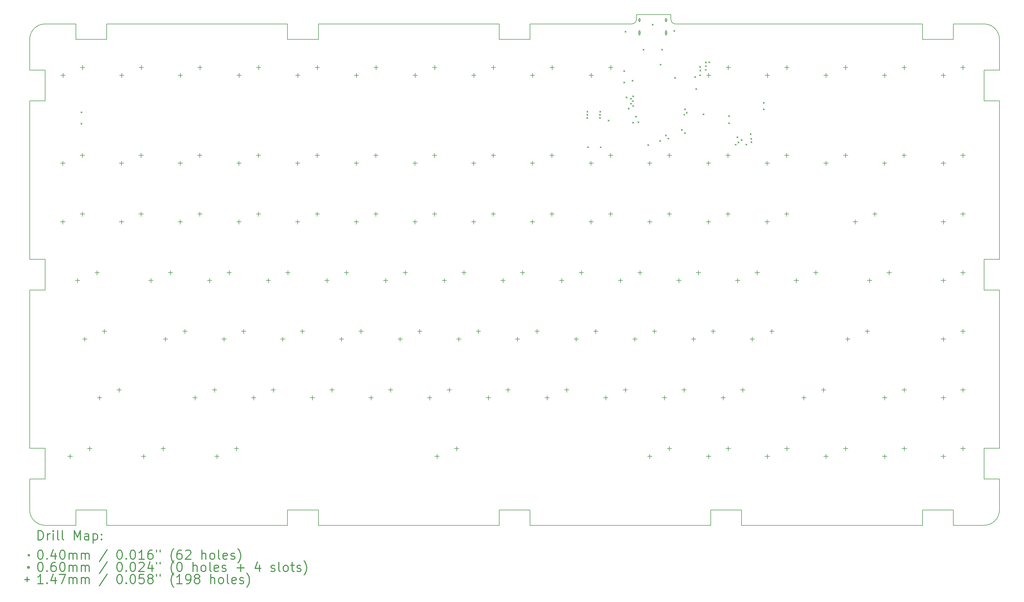
<source format=gbr>
%FSLAX45Y45*%
G04 Gerber Fmt 4.5, Leading zero omitted, Abs format (unit mm)*
G04 Created by KiCad (PCBNEW (5.1.9-0-10_14)) date 2021-05-12 14:41:35*
%MOMM*%
%LPD*%
G01*
G04 APERTURE LIST*
%TA.AperFunction,Profile*%
%ADD10C,0.200000*%
%TD*%
%ADD11C,0.200000*%
%ADD12C,0.300000*%
G04 APERTURE END LIST*
D10*
X37522500Y-8655500D02*
X37522500Y-9655500D01*
X37022500Y-8155500D02*
G75*
G02*
X37522500Y-8655500I0J-500000D01*
G01*
X35022500Y-8655500D02*
X36022500Y-8655500D01*
X35022500Y-8155500D02*
X35022500Y-8655500D01*
X37022500Y-8155500D02*
G75*
G02*
X37522500Y-8655500I0J-500000D01*
G01*
X6542500Y-24443000D02*
G75*
G02*
X6042500Y-23943000I0J500000D01*
G01*
X6042500Y-8655500D02*
G75*
G02*
X6542500Y-8155500I500000J0D01*
G01*
X37522500Y-23943000D02*
G75*
G02*
X37022500Y-24443000I-500000J0D01*
G01*
X25737500Y-7855500D02*
X26857500Y-7855500D01*
X25737500Y-8005500D02*
X25737500Y-7855500D01*
X25737500Y-8005500D02*
G75*
G02*
X25587500Y-8155500I-150000J0D01*
G01*
X22282500Y-8155500D02*
X25587500Y-8155500D01*
X22282500Y-8655500D02*
X22282500Y-8155500D01*
X21282500Y-8655500D02*
X22282500Y-8655500D01*
X21282500Y-8155500D02*
X21282500Y-8655500D01*
X15412500Y-8155500D02*
X21282500Y-8155500D01*
X15412500Y-8655500D02*
X15412500Y-8155500D01*
X14412500Y-8655500D02*
X15412500Y-8655500D01*
X14412500Y-8155500D02*
X14412500Y-8655500D01*
X8542500Y-8155500D02*
X14412500Y-8155500D01*
X8542500Y-8655500D02*
X8542500Y-8155500D01*
X7542500Y-8655500D02*
X8542500Y-8655500D01*
X7542500Y-8155500D02*
X7542500Y-8655500D01*
X37022500Y-10655500D02*
X37522500Y-10655500D01*
X37022500Y-9655500D02*
X37022500Y-10655500D01*
X37522500Y-9655500D02*
X37022500Y-9655500D01*
X7542500Y-24443000D02*
X6542500Y-24443000D01*
X7542500Y-23943000D02*
X7542500Y-24443000D01*
X8542500Y-23943000D02*
X7542500Y-23943000D01*
X8542500Y-24443000D02*
X8542500Y-23943000D01*
X37022500Y-24443000D02*
X36022500Y-24443000D01*
X37522500Y-23943000D02*
G75*
G02*
X37022500Y-24443000I-500000J0D01*
G01*
X37522500Y-22943000D02*
X37522500Y-23943000D01*
X37022500Y-22943000D02*
X37522500Y-22943000D01*
X37022500Y-21943000D02*
X37022500Y-22943000D01*
X37522500Y-21943000D02*
X37022500Y-21943000D01*
X37522500Y-16799250D02*
X37522500Y-21943000D01*
X37022500Y-16799250D02*
X37522500Y-16799250D01*
X37022500Y-15799250D02*
X37022500Y-16799250D01*
X37522500Y-15799250D02*
X37022500Y-15799250D01*
X37522500Y-10655500D02*
X37522500Y-15799250D01*
X14412500Y-24443000D02*
X8542500Y-24443000D01*
X14412500Y-23943000D02*
X14412500Y-24443000D01*
X15412500Y-23943000D02*
X14412500Y-23943000D01*
X15412500Y-24443000D02*
X15412500Y-23943000D01*
X21282500Y-24443000D02*
X15412500Y-24443000D01*
X21282500Y-23943000D02*
X21282500Y-24443000D01*
X22282500Y-23943000D02*
X21282500Y-23943000D01*
X22282500Y-24443000D02*
X22282500Y-23943000D01*
X28152500Y-24443000D02*
X22282500Y-24443000D01*
X28152500Y-23943000D02*
X28152500Y-24443000D01*
X29152500Y-23943000D02*
X28152500Y-23943000D01*
X29152500Y-24443000D02*
X29152500Y-23943000D01*
X35022500Y-24443000D02*
X29152500Y-24443000D01*
X35022500Y-23943000D02*
X35022500Y-24443000D01*
X36022500Y-23943000D02*
X35022500Y-23943000D01*
X36022500Y-24443000D02*
X36022500Y-23943000D01*
X27007500Y-8155500D02*
X35022500Y-8155500D01*
X27007500Y-8155500D02*
G75*
G02*
X26857500Y-8005500I0J150000D01*
G01*
X36022500Y-8155500D02*
X37022500Y-8155500D01*
X36022500Y-8655500D02*
X36022500Y-8155500D01*
X6542500Y-8155500D02*
X7542500Y-8155500D01*
X6042500Y-8655500D02*
G75*
G02*
X6542500Y-8155500I500000J0D01*
G01*
X6042500Y-9655500D02*
X6042500Y-8655500D01*
X6542500Y-9655500D02*
X6042500Y-9655500D01*
X6542500Y-10655500D02*
X6542500Y-9655500D01*
X6042500Y-10655500D02*
X6542500Y-10655500D01*
X6042500Y-15799250D02*
X6042500Y-10655500D01*
X6542500Y-15799250D02*
X6042500Y-15799250D01*
X6542500Y-16799250D02*
X6542500Y-15799250D01*
X6042500Y-16799250D02*
X6542500Y-16799250D01*
X6042500Y-21943000D02*
X6042500Y-16799250D01*
X6542500Y-21943000D02*
X6042500Y-21943000D01*
X6542500Y-22943000D02*
X6542500Y-21943000D01*
X6042500Y-22943000D02*
X6542500Y-22943000D01*
X6042500Y-23943000D02*
X6042500Y-22943000D01*
X6542500Y-24443000D02*
G75*
G02*
X6042500Y-23943000I0J500000D01*
G01*
X26857500Y-7855500D02*
X26857500Y-8005500D01*
D11*
X7702500Y-11007500D02*
X7742500Y-11047500D01*
X7742500Y-11007500D02*
X7702500Y-11047500D01*
X7702500Y-11377500D02*
X7742500Y-11417500D01*
X7742500Y-11377500D02*
X7702500Y-11417500D01*
X24123447Y-11187820D02*
X24163447Y-11227820D01*
X24163447Y-11187820D02*
X24123447Y-11227820D01*
X24126002Y-10987852D02*
X24166002Y-11027852D01*
X24166002Y-10987852D02*
X24126002Y-11027852D01*
X24126002Y-11087852D02*
X24166002Y-11127852D01*
X24166002Y-11087852D02*
X24126002Y-11127852D01*
X24146322Y-12141012D02*
X24186322Y-12181012D01*
X24186322Y-12141012D02*
X24146322Y-12181012D01*
X24537625Y-11086428D02*
X24577625Y-11126428D01*
X24577625Y-11086428D02*
X24537625Y-11126428D01*
X24539392Y-11186413D02*
X24579392Y-11226413D01*
X24579392Y-11186413D02*
X24539392Y-11226413D01*
X24543172Y-10986582D02*
X24583172Y-11026582D01*
X24583172Y-10986582D02*
X24543172Y-11026582D01*
X24558412Y-12141012D02*
X24598412Y-12181012D01*
X24598412Y-12141012D02*
X24558412Y-12181012D01*
X24815612Y-11273602D02*
X24855612Y-11313602D01*
X24855612Y-11273602D02*
X24815612Y-11313602D01*
X25326152Y-9663848D02*
X25366152Y-9703848D01*
X25366152Y-9663848D02*
X25326152Y-9703848D01*
X25326152Y-10037892D02*
X25366152Y-10077892D01*
X25366152Y-10037892D02*
X25326152Y-10077892D01*
X25367500Y-8384500D02*
X25407500Y-8424500D01*
X25407500Y-8384500D02*
X25367500Y-8424500D01*
X25402500Y-10517500D02*
X25442500Y-10557500D01*
X25442500Y-10517500D02*
X25402500Y-10557500D01*
X25467342Y-10883182D02*
X25507342Y-10923182D01*
X25507342Y-10883182D02*
X25467342Y-10923182D01*
X25541542Y-10723182D02*
X25581542Y-10763182D01*
X25581542Y-10723182D02*
X25541542Y-10763182D01*
X25545082Y-10563182D02*
X25585082Y-10603182D01*
X25585082Y-10563182D02*
X25545082Y-10603182D01*
X25596662Y-9975662D02*
X25636662Y-10015662D01*
X25636662Y-9975662D02*
X25596662Y-10015662D01*
X25606052Y-10643182D02*
X25646052Y-10683182D01*
X25646052Y-10643182D02*
X25606052Y-10683182D01*
X25608842Y-10803182D02*
X25648842Y-10843182D01*
X25648842Y-10803182D02*
X25608842Y-10843182D01*
X25611112Y-10483182D02*
X25651112Y-10523182D01*
X25651112Y-10483182D02*
X25611112Y-10523182D01*
X25612500Y-11339500D02*
X25652500Y-11379500D01*
X25652500Y-11339500D02*
X25612500Y-11379500D01*
X25702500Y-11147500D02*
X25742500Y-11187500D01*
X25742500Y-11147500D02*
X25702500Y-11187500D01*
X25782500Y-11327500D02*
X25822500Y-11367500D01*
X25822500Y-11327500D02*
X25782500Y-11367500D01*
X25952946Y-8971776D02*
X25992946Y-9011776D01*
X25992946Y-8971776D02*
X25952946Y-9011776D01*
X26104662Y-12067500D02*
X26144662Y-12107500D01*
X26144662Y-12067500D02*
X26104662Y-12107500D01*
X26248500Y-8160500D02*
X26288500Y-8200500D01*
X26288500Y-8160500D02*
X26248500Y-8200500D01*
X26488500Y-11935500D02*
X26528500Y-11975500D01*
X26528500Y-11935500D02*
X26488500Y-11975500D01*
X26502500Y-9457500D02*
X26542500Y-9497500D01*
X26542500Y-9457500D02*
X26502500Y-9497500D01*
X26551702Y-8971092D02*
X26591702Y-9011092D01*
X26591702Y-8971092D02*
X26551702Y-9011092D01*
X26674532Y-11755842D02*
X26714532Y-11795842D01*
X26714532Y-11755842D02*
X26674532Y-11795842D01*
X26754532Y-11861712D02*
X26794532Y-11901712D01*
X26794532Y-11861712D02*
X26754532Y-11901712D01*
X26947500Y-8363500D02*
X26987500Y-8403500D01*
X26987500Y-8363500D02*
X26947500Y-8403500D01*
X26977152Y-9882952D02*
X27017152Y-9922952D01*
X27017152Y-9882952D02*
X26977152Y-9922952D01*
X27192500Y-11577500D02*
X27232500Y-11617500D01*
X27232500Y-11577500D02*
X27192500Y-11617500D01*
X27274270Y-11082928D02*
X27314270Y-11122928D01*
X27314270Y-11082928D02*
X27274270Y-11122928D01*
X27292500Y-10907500D02*
X27332500Y-10947500D01*
X27332500Y-10907500D02*
X27292500Y-10947500D01*
X27292500Y-11677500D02*
X27332500Y-11717500D01*
X27332500Y-11677500D02*
X27292500Y-11717500D01*
X27351093Y-11018907D02*
X27391093Y-11058907D01*
X27391093Y-11018907D02*
X27351093Y-11058907D01*
X27623907Y-9858907D02*
X27663907Y-9898907D01*
X27663907Y-9858907D02*
X27623907Y-9898907D01*
X27662952Y-10246172D02*
X27702952Y-10286172D01*
X27702952Y-10246172D02*
X27662952Y-10286172D01*
X27782500Y-9527500D02*
X27822500Y-9567500D01*
X27822500Y-9527500D02*
X27782500Y-9567500D01*
X27789952Y-9805482D02*
X27829952Y-9845482D01*
X27829952Y-9805482D02*
X27789952Y-9845482D01*
X27792500Y-9647500D02*
X27832500Y-9687500D01*
X27832500Y-9647500D02*
X27792500Y-9687500D01*
X27897500Y-11072500D02*
X27937500Y-11112500D01*
X27937500Y-11072500D02*
X27897500Y-11112500D01*
X27962500Y-9627500D02*
X28002500Y-9667500D01*
X28002500Y-9627500D02*
X27962500Y-9667500D01*
X27972500Y-9387500D02*
X28012500Y-9427500D01*
X28012500Y-9387500D02*
X27972500Y-9427500D01*
X27972500Y-9507500D02*
X28012500Y-9547500D01*
X28012500Y-9507500D02*
X27972500Y-9547500D01*
X28081446Y-9381367D02*
X28121446Y-9421367D01*
X28121446Y-9381367D02*
X28081446Y-9421367D01*
X28724672Y-11131362D02*
X28764672Y-11171362D01*
X28764672Y-11131362D02*
X28724672Y-11171362D01*
X28725942Y-11358692D02*
X28765942Y-11398692D01*
X28765942Y-11358692D02*
X28725942Y-11398692D01*
X28938032Y-12055922D02*
X28978032Y-12095922D01*
X28978032Y-12055922D02*
X28938032Y-12095922D01*
X29000262Y-11813352D02*
X29040262Y-11853352D01*
X29040262Y-11813352D02*
X29000262Y-11853352D01*
X29032012Y-11983222D02*
X29072012Y-12023222D01*
X29072012Y-11983222D02*
X29032012Y-12023222D01*
X29136152Y-11909872D02*
X29176152Y-11949872D01*
X29176152Y-11909872D02*
X29136152Y-11949872D01*
X29287282Y-12055922D02*
X29327282Y-12095922D01*
X29327282Y-12055922D02*
X29287282Y-12095922D01*
X29426982Y-11711752D02*
X29466982Y-11751752D01*
X29466982Y-11711752D02*
X29426982Y-11751752D01*
X29444762Y-11864152D02*
X29484762Y-11904152D01*
X29484762Y-11864152D02*
X29444762Y-11904152D01*
X29451112Y-11974642D02*
X29491112Y-12014642D01*
X29491112Y-11974642D02*
X29451112Y-12014642D01*
X29852500Y-10697500D02*
X29892500Y-10737500D01*
X29892500Y-10697500D02*
X29852500Y-10737500D01*
X29852500Y-10907500D02*
X29892500Y-10947500D01*
X29892500Y-10907500D02*
X29852500Y-10947500D01*
X25866500Y-8027500D02*
G75*
G03*
X25866500Y-8027500I-30000J0D01*
G01*
X25816500Y-7997500D02*
X25816500Y-8057500D01*
X25856500Y-7997500D02*
X25856500Y-8057500D01*
X25816500Y-8057500D02*
G75*
G03*
X25856500Y-8057500I20000J0D01*
G01*
X25856500Y-7997500D02*
G75*
G03*
X25816500Y-7997500I-20000J0D01*
G01*
X25866500Y-8445500D02*
G75*
G03*
X25866500Y-8445500I-30000J0D01*
G01*
X25816500Y-8390500D02*
X25816500Y-8500500D01*
X25856500Y-8390500D02*
X25856500Y-8500500D01*
X25816500Y-8500500D02*
G75*
G03*
X25856500Y-8500500I20000J0D01*
G01*
X25856500Y-8390500D02*
G75*
G03*
X25816500Y-8390500I-20000J0D01*
G01*
X26730500Y-8027500D02*
G75*
G03*
X26730500Y-8027500I-30000J0D01*
G01*
X26680500Y-7997500D02*
X26680500Y-8057500D01*
X26720500Y-7997500D02*
X26720500Y-8057500D01*
X26680500Y-8057500D02*
G75*
G03*
X26720500Y-8057500I20000J0D01*
G01*
X26720500Y-7997500D02*
G75*
G03*
X26680500Y-7997500I-20000J0D01*
G01*
X26730500Y-8445500D02*
G75*
G03*
X26730500Y-8445500I-30000J0D01*
G01*
X26680500Y-8390500D02*
X26680500Y-8500500D01*
X26720500Y-8390500D02*
X26720500Y-8500500D01*
X26680500Y-8500500D02*
G75*
G03*
X26720500Y-8500500I20000J0D01*
G01*
X26720500Y-8390500D02*
G75*
G03*
X26680500Y-8390500I-20000J0D01*
G01*
X7117992Y-12607462D02*
X7117992Y-12754462D01*
X7044492Y-12680962D02*
X7191492Y-12680962D01*
X7119262Y-14511192D02*
X7119262Y-14658192D01*
X7045762Y-14584692D02*
X7192762Y-14584692D01*
X7125612Y-9752382D02*
X7125612Y-9899382D01*
X7052112Y-9825882D02*
X7199112Y-9825882D01*
X7356752Y-22132462D02*
X7356752Y-22279462D01*
X7283252Y-22205962D02*
X7430252Y-22205962D01*
X7595512Y-16417462D02*
X7595512Y-16564462D01*
X7522012Y-16490962D02*
X7669012Y-16490962D01*
X7752992Y-12353462D02*
X7752992Y-12500462D01*
X7679492Y-12426962D02*
X7826492Y-12426962D01*
X7754262Y-14257192D02*
X7754262Y-14404192D01*
X7680762Y-14330692D02*
X7827762Y-14330692D01*
X7760612Y-9498382D02*
X7760612Y-9645382D01*
X7687112Y-9571882D02*
X7834112Y-9571882D01*
X7833002Y-18322462D02*
X7833002Y-18469462D01*
X7759502Y-18395962D02*
X7906502Y-18395962D01*
X7991752Y-21878462D02*
X7991752Y-22025462D01*
X7918252Y-21951962D02*
X8065252Y-21951962D01*
X8230512Y-16163462D02*
X8230512Y-16310462D01*
X8157012Y-16236962D02*
X8304012Y-16236962D01*
X8309252Y-20227462D02*
X8309252Y-20374462D01*
X8235752Y-20300962D02*
X8382752Y-20300962D01*
X8468002Y-18068462D02*
X8468002Y-18215462D01*
X8394502Y-18141962D02*
X8541502Y-18141962D01*
X8944252Y-19973462D02*
X8944252Y-20120462D01*
X8870752Y-20046962D02*
X9017752Y-20046962D01*
X9022992Y-12607462D02*
X9022992Y-12754462D01*
X8949492Y-12680962D02*
X9096492Y-12680962D01*
X9022992Y-14512462D02*
X9022992Y-14659462D01*
X8949492Y-14585962D02*
X9096492Y-14585962D01*
X9030612Y-9752382D02*
X9030612Y-9899382D01*
X8957112Y-9825882D02*
X9104112Y-9825882D01*
X9657992Y-12353462D02*
X9657992Y-12500462D01*
X9584492Y-12426962D02*
X9731492Y-12426962D01*
X9657992Y-14258462D02*
X9657992Y-14405462D01*
X9584492Y-14331962D02*
X9731492Y-14331962D01*
X9665612Y-9498382D02*
X9665612Y-9645382D01*
X9592112Y-9571882D02*
X9739112Y-9571882D01*
X9739952Y-22132462D02*
X9739952Y-22279462D01*
X9666452Y-22205962D02*
X9813452Y-22205962D01*
X9978032Y-16417462D02*
X9978032Y-16564462D01*
X9904532Y-16490962D02*
X10051532Y-16490962D01*
X10374952Y-21878462D02*
X10374952Y-22025462D01*
X10301452Y-21951962D02*
X10448452Y-21951962D01*
X10450472Y-18322462D02*
X10450472Y-18469462D01*
X10376972Y-18395962D02*
X10523972Y-18395962D01*
X10613032Y-16163462D02*
X10613032Y-16310462D01*
X10539532Y-16236962D02*
X10686532Y-16236962D01*
X10927992Y-12607462D02*
X10927992Y-12754462D01*
X10854492Y-12680962D02*
X11001492Y-12680962D01*
X10933072Y-14512462D02*
X10933072Y-14659462D01*
X10859572Y-14585962D02*
X11006572Y-14585962D01*
X10935612Y-9752382D02*
X10935612Y-9899382D01*
X10862112Y-9825882D02*
X11009112Y-9825882D01*
X11085472Y-18068462D02*
X11085472Y-18215462D01*
X11011972Y-18141962D02*
X11158972Y-18141962D01*
X11408052Y-20227462D02*
X11408052Y-20374462D01*
X11334552Y-20300962D02*
X11481552Y-20300962D01*
X11562992Y-12353462D02*
X11562992Y-12500462D01*
X11489492Y-12426962D02*
X11636492Y-12426962D01*
X11568072Y-14258462D02*
X11568072Y-14405462D01*
X11494572Y-14331962D02*
X11641572Y-14331962D01*
X11570612Y-9498382D02*
X11570612Y-9645382D01*
X11497112Y-9571882D02*
X11644112Y-9571882D01*
X11883032Y-16417462D02*
X11883032Y-16564462D01*
X11809532Y-16490962D02*
X11956532Y-16490962D01*
X12043052Y-19973462D02*
X12043052Y-20120462D01*
X11969552Y-20046962D02*
X12116552Y-20046962D01*
X12120713Y-22133423D02*
X12120713Y-22280423D01*
X12047213Y-22206923D02*
X12194213Y-22206923D01*
X12350392Y-18322462D02*
X12350392Y-18469462D01*
X12276892Y-18395962D02*
X12423892Y-18395962D01*
X12518032Y-16163462D02*
X12518032Y-16310462D01*
X12444532Y-16236962D02*
X12591532Y-16236962D01*
X12755713Y-21879423D02*
X12755713Y-22026423D01*
X12682213Y-21952923D02*
X12829213Y-21952923D01*
X12838072Y-12607462D02*
X12838072Y-12754462D01*
X12764572Y-12680962D02*
X12911572Y-12680962D01*
X12838072Y-14512462D02*
X12838072Y-14659462D01*
X12764572Y-14585962D02*
X12911572Y-14585962D01*
X12840612Y-9752382D02*
X12840612Y-9899382D01*
X12767112Y-9825882D02*
X12914112Y-9825882D01*
X12985392Y-18068462D02*
X12985392Y-18215462D01*
X12911892Y-18141962D02*
X13058892Y-18141962D01*
X13313052Y-20227462D02*
X13313052Y-20374462D01*
X13239552Y-20300962D02*
X13386552Y-20300962D01*
X13473072Y-12353462D02*
X13473072Y-12500462D01*
X13399572Y-12426962D02*
X13546572Y-12426962D01*
X13473072Y-14258462D02*
X13473072Y-14405462D01*
X13399572Y-14331962D02*
X13546572Y-14331962D01*
X13475612Y-9498382D02*
X13475612Y-9645382D01*
X13402112Y-9571882D02*
X13549112Y-9571882D01*
X13788032Y-16417462D02*
X13788032Y-16564462D01*
X13714532Y-16490962D02*
X13861532Y-16490962D01*
X13948052Y-19973462D02*
X13948052Y-20120462D01*
X13874552Y-20046962D02*
X14021552Y-20046962D01*
X14260472Y-18322462D02*
X14260472Y-18469462D01*
X14186972Y-18395962D02*
X14333972Y-18395962D01*
X14423032Y-16163462D02*
X14423032Y-16310462D01*
X14349532Y-16236962D02*
X14496532Y-16236962D01*
X14743072Y-12607462D02*
X14743072Y-12754462D01*
X14669572Y-12680962D02*
X14816572Y-12680962D01*
X14743072Y-14512462D02*
X14743072Y-14659462D01*
X14669572Y-14585962D02*
X14816572Y-14585962D01*
X14745612Y-9752382D02*
X14745612Y-9899382D01*
X14672112Y-9825882D02*
X14819112Y-9825882D01*
X14895472Y-18068462D02*
X14895472Y-18215462D01*
X14821972Y-18141962D02*
X14968972Y-18141962D01*
X15218052Y-20227462D02*
X15218052Y-20374462D01*
X15144552Y-20300962D02*
X15291552Y-20300962D01*
X15378072Y-12353462D02*
X15378072Y-12500462D01*
X15304572Y-12426962D02*
X15451572Y-12426962D01*
X15378072Y-14258462D02*
X15378072Y-14405462D01*
X15304572Y-14331962D02*
X15451572Y-14331962D01*
X15380612Y-9498382D02*
X15380612Y-9645382D01*
X15307112Y-9571882D02*
X15454112Y-9571882D01*
X15693032Y-16417462D02*
X15693032Y-16564462D01*
X15619532Y-16490962D02*
X15766532Y-16490962D01*
X15853052Y-19973462D02*
X15853052Y-20120462D01*
X15779552Y-20046962D02*
X15926552Y-20046962D01*
X16165472Y-18322462D02*
X16165472Y-18469462D01*
X16091972Y-18395962D02*
X16238972Y-18395962D01*
X16328032Y-16163462D02*
X16328032Y-16310462D01*
X16254532Y-16236962D02*
X16401532Y-16236962D01*
X16648072Y-12607462D02*
X16648072Y-12754462D01*
X16574572Y-12680962D02*
X16721572Y-12680962D01*
X16648072Y-14512462D02*
X16648072Y-14659462D01*
X16574572Y-14585962D02*
X16721572Y-14585962D01*
X16650612Y-9752382D02*
X16650612Y-9899382D01*
X16577112Y-9825882D02*
X16724112Y-9825882D01*
X16800472Y-18068462D02*
X16800472Y-18215462D01*
X16726972Y-18141962D02*
X16873972Y-18141962D01*
X17123052Y-20227462D02*
X17123052Y-20374462D01*
X17049552Y-20300962D02*
X17196552Y-20300962D01*
X17283072Y-12353462D02*
X17283072Y-12500462D01*
X17209572Y-12426962D02*
X17356572Y-12426962D01*
X17283072Y-14258462D02*
X17283072Y-14405462D01*
X17209572Y-14331962D02*
X17356572Y-14331962D01*
X17285612Y-9498382D02*
X17285612Y-9645382D01*
X17212112Y-9571882D02*
X17359112Y-9571882D01*
X17598032Y-16417462D02*
X17598032Y-16564462D01*
X17524532Y-16490962D02*
X17671532Y-16490962D01*
X17758052Y-19973462D02*
X17758052Y-20120462D01*
X17684552Y-20046962D02*
X17831552Y-20046962D01*
X18070472Y-18322462D02*
X18070472Y-18469462D01*
X17996972Y-18395962D02*
X18143972Y-18395962D01*
X18233032Y-16163462D02*
X18233032Y-16310462D01*
X18159532Y-16236962D02*
X18306532Y-16236962D01*
X18553072Y-12607462D02*
X18553072Y-12754462D01*
X18479572Y-12680962D02*
X18626572Y-12680962D01*
X18553072Y-14512462D02*
X18553072Y-14659462D01*
X18479572Y-14585962D02*
X18626572Y-14585962D01*
X18555612Y-9752382D02*
X18555612Y-9899382D01*
X18482112Y-9825882D02*
X18629112Y-9825882D01*
X18705472Y-18068462D02*
X18705472Y-18215462D01*
X18631972Y-18141962D02*
X18778972Y-18141962D01*
X19028052Y-20227462D02*
X19028052Y-20374462D01*
X18954552Y-20300962D02*
X19101552Y-20300962D01*
X19188072Y-12353462D02*
X19188072Y-12500462D01*
X19114572Y-12426962D02*
X19261572Y-12426962D01*
X19188072Y-14258462D02*
X19188072Y-14405462D01*
X19114572Y-14331962D02*
X19261572Y-14331962D01*
X19190612Y-9498382D02*
X19190612Y-9645382D01*
X19117112Y-9571882D02*
X19264112Y-9571882D01*
X19265565Y-22133423D02*
X19265565Y-22280423D01*
X19192065Y-22206923D02*
X19339065Y-22206923D01*
X19503032Y-16417462D02*
X19503032Y-16564462D01*
X19429532Y-16490962D02*
X19576532Y-16490962D01*
X19663052Y-19973462D02*
X19663052Y-20120462D01*
X19589552Y-20046962D02*
X19736552Y-20046962D01*
X19900565Y-21879423D02*
X19900565Y-22026423D01*
X19827065Y-21952923D02*
X19974065Y-21952923D01*
X19975472Y-18322462D02*
X19975472Y-18469462D01*
X19901972Y-18395962D02*
X20048972Y-18395962D01*
X20138032Y-16163462D02*
X20138032Y-16310462D01*
X20064532Y-16236962D02*
X20211532Y-16236962D01*
X20458072Y-12607462D02*
X20458072Y-12754462D01*
X20384572Y-12680962D02*
X20531572Y-12680962D01*
X20458072Y-14512462D02*
X20458072Y-14659462D01*
X20384572Y-14585962D02*
X20531572Y-14585962D01*
X20460612Y-9752382D02*
X20460612Y-9899382D01*
X20387112Y-9825882D02*
X20534112Y-9825882D01*
X20610472Y-18068462D02*
X20610472Y-18215462D01*
X20536972Y-18141962D02*
X20683972Y-18141962D01*
X20933052Y-20227462D02*
X20933052Y-20374462D01*
X20859552Y-20300962D02*
X21006552Y-20300962D01*
X21093072Y-12353462D02*
X21093072Y-12500462D01*
X21019572Y-12426962D02*
X21166572Y-12426962D01*
X21093072Y-14258462D02*
X21093072Y-14405462D01*
X21019572Y-14331962D02*
X21166572Y-14331962D01*
X21095612Y-9498382D02*
X21095612Y-9645382D01*
X21022112Y-9571882D02*
X21169112Y-9571882D01*
X21408032Y-16417462D02*
X21408032Y-16564462D01*
X21334532Y-16490962D02*
X21481532Y-16490962D01*
X21568052Y-19973462D02*
X21568052Y-20120462D01*
X21494552Y-20046962D02*
X21641552Y-20046962D01*
X21880472Y-18322462D02*
X21880472Y-18469462D01*
X21806972Y-18395962D02*
X21953972Y-18395962D01*
X22043032Y-16163462D02*
X22043032Y-16310462D01*
X21969532Y-16236962D02*
X22116532Y-16236962D01*
X22363072Y-12607462D02*
X22363072Y-12754462D01*
X22289572Y-12680962D02*
X22436572Y-12680962D01*
X22363072Y-14512462D02*
X22363072Y-14659462D01*
X22289572Y-14585962D02*
X22436572Y-14585962D01*
X22365612Y-9752382D02*
X22365612Y-9899382D01*
X22292112Y-9825882D02*
X22439112Y-9825882D01*
X22515472Y-18068462D02*
X22515472Y-18215462D01*
X22441972Y-18141962D02*
X22588972Y-18141962D01*
X22838052Y-20227462D02*
X22838052Y-20374462D01*
X22764552Y-20300962D02*
X22911552Y-20300962D01*
X22998072Y-12353462D02*
X22998072Y-12500462D01*
X22924572Y-12426962D02*
X23071572Y-12426962D01*
X22998072Y-14258462D02*
X22998072Y-14405462D01*
X22924572Y-14331962D02*
X23071572Y-14331962D01*
X23000612Y-9498382D02*
X23000612Y-9645382D01*
X22927112Y-9571882D02*
X23074112Y-9571882D01*
X23313032Y-16417462D02*
X23313032Y-16564462D01*
X23239532Y-16490962D02*
X23386532Y-16490962D01*
X23473052Y-19973462D02*
X23473052Y-20120462D01*
X23399552Y-20046962D02*
X23546552Y-20046962D01*
X23785472Y-18322462D02*
X23785472Y-18469462D01*
X23711972Y-18395962D02*
X23858972Y-18395962D01*
X23948032Y-16163462D02*
X23948032Y-16310462D01*
X23874532Y-16236962D02*
X24021532Y-16236962D01*
X24268072Y-12607462D02*
X24268072Y-12754462D01*
X24194572Y-12680962D02*
X24341572Y-12680962D01*
X24268072Y-14512462D02*
X24268072Y-14659462D01*
X24194572Y-14585962D02*
X24341572Y-14585962D01*
X24270612Y-9752382D02*
X24270612Y-9899382D01*
X24197112Y-9825882D02*
X24344112Y-9825882D01*
X24420472Y-18068462D02*
X24420472Y-18215462D01*
X24346972Y-18141962D02*
X24493972Y-18141962D01*
X24743052Y-20227462D02*
X24743052Y-20374462D01*
X24669552Y-20300962D02*
X24816552Y-20300962D01*
X24903072Y-12353462D02*
X24903072Y-12500462D01*
X24829572Y-12426962D02*
X24976572Y-12426962D01*
X24903072Y-14258462D02*
X24903072Y-14405462D01*
X24829572Y-14331962D02*
X24976572Y-14331962D01*
X24905612Y-9498382D02*
X24905612Y-9645382D01*
X24832112Y-9571882D02*
X24979112Y-9571882D01*
X25218032Y-16417462D02*
X25218032Y-16564462D01*
X25144532Y-16490962D02*
X25291532Y-16490962D01*
X25378052Y-19973462D02*
X25378052Y-20120462D01*
X25304552Y-20046962D02*
X25451552Y-20046962D01*
X25690472Y-18322462D02*
X25690472Y-18469462D01*
X25616972Y-18395962D02*
X25763972Y-18395962D01*
X25853032Y-16163462D02*
X25853032Y-16310462D01*
X25779532Y-16236962D02*
X25926532Y-16236962D01*
X26171038Y-22132462D02*
X26171038Y-22279462D01*
X26097538Y-22205962D02*
X26244538Y-22205962D01*
X26173072Y-12607462D02*
X26173072Y-12754462D01*
X26099572Y-12680962D02*
X26246572Y-12680962D01*
X26173072Y-14512462D02*
X26173072Y-14659462D01*
X26099572Y-14585962D02*
X26246572Y-14585962D01*
X26325472Y-18068462D02*
X26325472Y-18215462D01*
X26251972Y-18141962D02*
X26398972Y-18141962D01*
X26648052Y-20227462D02*
X26648052Y-20374462D01*
X26574552Y-20300962D02*
X26721552Y-20300962D01*
X26806038Y-21878462D02*
X26806038Y-22025462D01*
X26732538Y-21951962D02*
X26879538Y-21951962D01*
X26808072Y-12353462D02*
X26808072Y-12500462D01*
X26734572Y-12426962D02*
X26881572Y-12426962D01*
X26808072Y-14258462D02*
X26808072Y-14405462D01*
X26734572Y-14331962D02*
X26881572Y-14331962D01*
X27117952Y-16417462D02*
X27117952Y-16564462D01*
X27044452Y-16490962D02*
X27191452Y-16490962D01*
X27283052Y-19973462D02*
X27283052Y-20120462D01*
X27209552Y-20046962D02*
X27356552Y-20046962D01*
X27595472Y-18322462D02*
X27595472Y-18469462D01*
X27521972Y-18395962D02*
X27668972Y-18395962D01*
X27752952Y-16163462D02*
X27752952Y-16310462D01*
X27679452Y-16236962D02*
X27826452Y-16236962D01*
X28078072Y-12607462D02*
X28078072Y-12754462D01*
X28004572Y-12680962D02*
X28151572Y-12680962D01*
X28078072Y-14512462D02*
X28078072Y-14659462D01*
X28004572Y-14585962D02*
X28151572Y-14585962D01*
X28083152Y-22132462D02*
X28083152Y-22279462D01*
X28009652Y-22205962D02*
X28156652Y-22205962D01*
X28086532Y-9752382D02*
X28086532Y-9899382D01*
X28013032Y-9825882D02*
X28160032Y-9825882D01*
X28230472Y-18068462D02*
X28230472Y-18215462D01*
X28156972Y-18141962D02*
X28303972Y-18141962D01*
X28553052Y-20227462D02*
X28553052Y-20374462D01*
X28479552Y-20300962D02*
X28626552Y-20300962D01*
X28713072Y-12353462D02*
X28713072Y-12500462D01*
X28639572Y-12426962D02*
X28786572Y-12426962D01*
X28713072Y-14258462D02*
X28713072Y-14405462D01*
X28639572Y-14331962D02*
X28786572Y-14331962D01*
X28718152Y-21878462D02*
X28718152Y-22025462D01*
X28644652Y-21951962D02*
X28791652Y-21951962D01*
X28721532Y-9498382D02*
X28721532Y-9645382D01*
X28648032Y-9571882D02*
X28795032Y-9571882D01*
X29022952Y-16417462D02*
X29022952Y-16564462D01*
X28949452Y-16490962D02*
X29096452Y-16490962D01*
X29188052Y-19973462D02*
X29188052Y-20120462D01*
X29114552Y-20046962D02*
X29261552Y-20046962D01*
X29500472Y-18322462D02*
X29500472Y-18469462D01*
X29426972Y-18395962D02*
X29573972Y-18395962D01*
X29657952Y-16163462D02*
X29657952Y-16310462D01*
X29584452Y-16236962D02*
X29731452Y-16236962D01*
X29983072Y-12607462D02*
X29983072Y-12754462D01*
X29909572Y-12680962D02*
X30056572Y-12680962D01*
X29983072Y-14512462D02*
X29983072Y-14659462D01*
X29909572Y-14585962D02*
X30056572Y-14585962D01*
X29985612Y-9752382D02*
X29985612Y-9899382D01*
X29912112Y-9825882D02*
X30059112Y-9825882D01*
X29988152Y-22132462D02*
X29988152Y-22279462D01*
X29914652Y-22205962D02*
X30061652Y-22205962D01*
X30135472Y-18068462D02*
X30135472Y-18215462D01*
X30061972Y-18141962D02*
X30208972Y-18141962D01*
X30618072Y-12353462D02*
X30618072Y-12500462D01*
X30544572Y-12426962D02*
X30691572Y-12426962D01*
X30618072Y-14258462D02*
X30618072Y-14405462D01*
X30544572Y-14331962D02*
X30691572Y-14331962D01*
X30620612Y-9498382D02*
X30620612Y-9645382D01*
X30547112Y-9571882D02*
X30694112Y-9571882D01*
X30623152Y-21878462D02*
X30623152Y-22025462D01*
X30549652Y-21951962D02*
X30696652Y-21951962D01*
X30927952Y-16417462D02*
X30927952Y-16564462D01*
X30854452Y-16490962D02*
X31001452Y-16490962D01*
X31175602Y-20227462D02*
X31175602Y-20374462D01*
X31102102Y-20300962D02*
X31249102Y-20300962D01*
X31562952Y-16163462D02*
X31562952Y-16310462D01*
X31489452Y-16236962D02*
X31636452Y-16236962D01*
X31810602Y-19973462D02*
X31810602Y-20120462D01*
X31737102Y-20046962D02*
X31884102Y-20046962D01*
X31890612Y-9752382D02*
X31890612Y-9899382D01*
X31817112Y-9825882D02*
X31964112Y-9825882D01*
X31893152Y-12607462D02*
X31893152Y-12754462D01*
X31819652Y-12680962D02*
X31966652Y-12680962D01*
X31893152Y-22132462D02*
X31893152Y-22279462D01*
X31819652Y-22205962D02*
X31966652Y-22205962D01*
X32525612Y-9498382D02*
X32525612Y-9645382D01*
X32452112Y-9571882D02*
X32599112Y-9571882D01*
X32528152Y-12353462D02*
X32528152Y-12500462D01*
X32454652Y-12426962D02*
X32601652Y-12426962D01*
X32528152Y-21878462D02*
X32528152Y-22025462D01*
X32454652Y-21951962D02*
X32601652Y-21951962D01*
X32599272Y-18322462D02*
X32599272Y-18469462D01*
X32525772Y-18395962D02*
X32672772Y-18395962D01*
X32843112Y-14512462D02*
X32843112Y-14659462D01*
X32769612Y-14585962D02*
X32916612Y-14585962D01*
X33234272Y-18068462D02*
X33234272Y-18215462D01*
X33160772Y-18141962D02*
X33307772Y-18141962D01*
X33307932Y-16417462D02*
X33307932Y-16564462D01*
X33234432Y-16490962D02*
X33381432Y-16490962D01*
X33478112Y-14258462D02*
X33478112Y-14405462D01*
X33404612Y-14331962D02*
X33551612Y-14331962D01*
X33793072Y-12607462D02*
X33793072Y-12754462D01*
X33719572Y-12680962D02*
X33866572Y-12680962D01*
X33795612Y-9752382D02*
X33795612Y-9899382D01*
X33722112Y-9825882D02*
X33869112Y-9825882D01*
X33798152Y-20227462D02*
X33798152Y-20374462D01*
X33724652Y-20300962D02*
X33871652Y-20300962D01*
X33798152Y-22132462D02*
X33798152Y-22279462D01*
X33724652Y-22205962D02*
X33871652Y-22205962D01*
X33942932Y-16163462D02*
X33942932Y-16310462D01*
X33869432Y-16236962D02*
X34016432Y-16236962D01*
X34428072Y-12353462D02*
X34428072Y-12500462D01*
X34354572Y-12426962D02*
X34501572Y-12426962D01*
X34430612Y-9498382D02*
X34430612Y-9645382D01*
X34357112Y-9571882D02*
X34504112Y-9571882D01*
X34433152Y-19973462D02*
X34433152Y-20120462D01*
X34359652Y-20046962D02*
X34506652Y-20046962D01*
X34433152Y-21878462D02*
X34433152Y-22025462D01*
X34359652Y-21951962D02*
X34506652Y-21951962D01*
X35700612Y-9752382D02*
X35700612Y-9899382D01*
X35627112Y-9825882D02*
X35774112Y-9825882D01*
X35703152Y-12607462D02*
X35703152Y-12754462D01*
X35629652Y-12680962D02*
X35776652Y-12680962D01*
X35703152Y-14512462D02*
X35703152Y-14659462D01*
X35629652Y-14585962D02*
X35776652Y-14585962D01*
X35703152Y-16417462D02*
X35703152Y-16564462D01*
X35629652Y-16490962D02*
X35776652Y-16490962D01*
X35703152Y-18322462D02*
X35703152Y-18469462D01*
X35629652Y-18395962D02*
X35776652Y-18395962D01*
X35703152Y-20227462D02*
X35703152Y-20374462D01*
X35629652Y-20300962D02*
X35776652Y-20300962D01*
X35703152Y-22132462D02*
X35703152Y-22279462D01*
X35629652Y-22205962D02*
X35776652Y-22205962D01*
X36335612Y-9498382D02*
X36335612Y-9645382D01*
X36262112Y-9571882D02*
X36409112Y-9571882D01*
X36338152Y-12353462D02*
X36338152Y-12500462D01*
X36264652Y-12426962D02*
X36411652Y-12426962D01*
X36338152Y-14258462D02*
X36338152Y-14405462D01*
X36264652Y-14331962D02*
X36411652Y-14331962D01*
X36338152Y-16163462D02*
X36338152Y-16310462D01*
X36264652Y-16236962D02*
X36411652Y-16236962D01*
X36338152Y-18068462D02*
X36338152Y-18215462D01*
X36264652Y-18141962D02*
X36411652Y-18141962D01*
X36338152Y-19973462D02*
X36338152Y-20120462D01*
X36264652Y-20046962D02*
X36411652Y-20046962D01*
X36338152Y-21878462D02*
X36338152Y-22025462D01*
X36264652Y-21951962D02*
X36411652Y-21951962D01*
D12*
X6318928Y-24918714D02*
X6318928Y-24618714D01*
X6390357Y-24618714D01*
X6433214Y-24633000D01*
X6461785Y-24661572D01*
X6476071Y-24690143D01*
X6490357Y-24747286D01*
X6490357Y-24790143D01*
X6476071Y-24847286D01*
X6461785Y-24875857D01*
X6433214Y-24904429D01*
X6390357Y-24918714D01*
X6318928Y-24918714D01*
X6618928Y-24918714D02*
X6618928Y-24718714D01*
X6618928Y-24775857D02*
X6633214Y-24747286D01*
X6647500Y-24733000D01*
X6676071Y-24718714D01*
X6704643Y-24718714D01*
X6804643Y-24918714D02*
X6804643Y-24718714D01*
X6804643Y-24618714D02*
X6790357Y-24633000D01*
X6804643Y-24647286D01*
X6818928Y-24633000D01*
X6804643Y-24618714D01*
X6804643Y-24647286D01*
X6990357Y-24918714D02*
X6961785Y-24904429D01*
X6947500Y-24875857D01*
X6947500Y-24618714D01*
X7147500Y-24918714D02*
X7118928Y-24904429D01*
X7104643Y-24875857D01*
X7104643Y-24618714D01*
X7490357Y-24918714D02*
X7490357Y-24618714D01*
X7590357Y-24833000D01*
X7690357Y-24618714D01*
X7690357Y-24918714D01*
X7961785Y-24918714D02*
X7961785Y-24761572D01*
X7947500Y-24733000D01*
X7918928Y-24718714D01*
X7861785Y-24718714D01*
X7833214Y-24733000D01*
X7961785Y-24904429D02*
X7933214Y-24918714D01*
X7861785Y-24918714D01*
X7833214Y-24904429D01*
X7818928Y-24875857D01*
X7818928Y-24847286D01*
X7833214Y-24818714D01*
X7861785Y-24804429D01*
X7933214Y-24804429D01*
X7961785Y-24790143D01*
X8104643Y-24718714D02*
X8104643Y-25018714D01*
X8104643Y-24733000D02*
X8133214Y-24718714D01*
X8190357Y-24718714D01*
X8218928Y-24733000D01*
X8233214Y-24747286D01*
X8247500Y-24775857D01*
X8247500Y-24861572D01*
X8233214Y-24890143D01*
X8218928Y-24904429D01*
X8190357Y-24918714D01*
X8133214Y-24918714D01*
X8104643Y-24904429D01*
X8376071Y-24890143D02*
X8390357Y-24904429D01*
X8376071Y-24918714D01*
X8361785Y-24904429D01*
X8376071Y-24890143D01*
X8376071Y-24918714D01*
X8376071Y-24733000D02*
X8390357Y-24747286D01*
X8376071Y-24761572D01*
X8361785Y-24747286D01*
X8376071Y-24733000D01*
X8376071Y-24761572D01*
X5992500Y-25393000D02*
X6032500Y-25433000D01*
X6032500Y-25393000D02*
X5992500Y-25433000D01*
X6376071Y-25248714D02*
X6404643Y-25248714D01*
X6433214Y-25263000D01*
X6447500Y-25277286D01*
X6461785Y-25305857D01*
X6476071Y-25363000D01*
X6476071Y-25434429D01*
X6461785Y-25491572D01*
X6447500Y-25520143D01*
X6433214Y-25534429D01*
X6404643Y-25548714D01*
X6376071Y-25548714D01*
X6347500Y-25534429D01*
X6333214Y-25520143D01*
X6318928Y-25491572D01*
X6304643Y-25434429D01*
X6304643Y-25363000D01*
X6318928Y-25305857D01*
X6333214Y-25277286D01*
X6347500Y-25263000D01*
X6376071Y-25248714D01*
X6604643Y-25520143D02*
X6618928Y-25534429D01*
X6604643Y-25548714D01*
X6590357Y-25534429D01*
X6604643Y-25520143D01*
X6604643Y-25548714D01*
X6876071Y-25348714D02*
X6876071Y-25548714D01*
X6804643Y-25234429D02*
X6733214Y-25448714D01*
X6918928Y-25448714D01*
X7090357Y-25248714D02*
X7118928Y-25248714D01*
X7147500Y-25263000D01*
X7161785Y-25277286D01*
X7176071Y-25305857D01*
X7190357Y-25363000D01*
X7190357Y-25434429D01*
X7176071Y-25491572D01*
X7161785Y-25520143D01*
X7147500Y-25534429D01*
X7118928Y-25548714D01*
X7090357Y-25548714D01*
X7061785Y-25534429D01*
X7047500Y-25520143D01*
X7033214Y-25491572D01*
X7018928Y-25434429D01*
X7018928Y-25363000D01*
X7033214Y-25305857D01*
X7047500Y-25277286D01*
X7061785Y-25263000D01*
X7090357Y-25248714D01*
X7318928Y-25548714D02*
X7318928Y-25348714D01*
X7318928Y-25377286D02*
X7333214Y-25363000D01*
X7361785Y-25348714D01*
X7404643Y-25348714D01*
X7433214Y-25363000D01*
X7447500Y-25391572D01*
X7447500Y-25548714D01*
X7447500Y-25391572D02*
X7461785Y-25363000D01*
X7490357Y-25348714D01*
X7533214Y-25348714D01*
X7561785Y-25363000D01*
X7576071Y-25391572D01*
X7576071Y-25548714D01*
X7718928Y-25548714D02*
X7718928Y-25348714D01*
X7718928Y-25377286D02*
X7733214Y-25363000D01*
X7761785Y-25348714D01*
X7804643Y-25348714D01*
X7833214Y-25363000D01*
X7847500Y-25391572D01*
X7847500Y-25548714D01*
X7847500Y-25391572D02*
X7861785Y-25363000D01*
X7890357Y-25348714D01*
X7933214Y-25348714D01*
X7961785Y-25363000D01*
X7976071Y-25391572D01*
X7976071Y-25548714D01*
X8561786Y-25234429D02*
X8304643Y-25620143D01*
X8947500Y-25248714D02*
X8976071Y-25248714D01*
X9004643Y-25263000D01*
X9018928Y-25277286D01*
X9033214Y-25305857D01*
X9047500Y-25363000D01*
X9047500Y-25434429D01*
X9033214Y-25491572D01*
X9018928Y-25520143D01*
X9004643Y-25534429D01*
X8976071Y-25548714D01*
X8947500Y-25548714D01*
X8918928Y-25534429D01*
X8904643Y-25520143D01*
X8890357Y-25491572D01*
X8876071Y-25434429D01*
X8876071Y-25363000D01*
X8890357Y-25305857D01*
X8904643Y-25277286D01*
X8918928Y-25263000D01*
X8947500Y-25248714D01*
X9176071Y-25520143D02*
X9190357Y-25534429D01*
X9176071Y-25548714D01*
X9161786Y-25534429D01*
X9176071Y-25520143D01*
X9176071Y-25548714D01*
X9376071Y-25248714D02*
X9404643Y-25248714D01*
X9433214Y-25263000D01*
X9447500Y-25277286D01*
X9461786Y-25305857D01*
X9476071Y-25363000D01*
X9476071Y-25434429D01*
X9461786Y-25491572D01*
X9447500Y-25520143D01*
X9433214Y-25534429D01*
X9404643Y-25548714D01*
X9376071Y-25548714D01*
X9347500Y-25534429D01*
X9333214Y-25520143D01*
X9318928Y-25491572D01*
X9304643Y-25434429D01*
X9304643Y-25363000D01*
X9318928Y-25305857D01*
X9333214Y-25277286D01*
X9347500Y-25263000D01*
X9376071Y-25248714D01*
X9761786Y-25548714D02*
X9590357Y-25548714D01*
X9676071Y-25548714D02*
X9676071Y-25248714D01*
X9647500Y-25291572D01*
X9618928Y-25320143D01*
X9590357Y-25334429D01*
X10018928Y-25248714D02*
X9961786Y-25248714D01*
X9933214Y-25263000D01*
X9918928Y-25277286D01*
X9890357Y-25320143D01*
X9876071Y-25377286D01*
X9876071Y-25491572D01*
X9890357Y-25520143D01*
X9904643Y-25534429D01*
X9933214Y-25548714D01*
X9990357Y-25548714D01*
X10018928Y-25534429D01*
X10033214Y-25520143D01*
X10047500Y-25491572D01*
X10047500Y-25420143D01*
X10033214Y-25391572D01*
X10018928Y-25377286D01*
X9990357Y-25363000D01*
X9933214Y-25363000D01*
X9904643Y-25377286D01*
X9890357Y-25391572D01*
X9876071Y-25420143D01*
X10161786Y-25248714D02*
X10161786Y-25305857D01*
X10276071Y-25248714D02*
X10276071Y-25305857D01*
X10718928Y-25663000D02*
X10704643Y-25648714D01*
X10676071Y-25605857D01*
X10661786Y-25577286D01*
X10647500Y-25534429D01*
X10633214Y-25463000D01*
X10633214Y-25405857D01*
X10647500Y-25334429D01*
X10661786Y-25291572D01*
X10676071Y-25263000D01*
X10704643Y-25220143D01*
X10718928Y-25205857D01*
X10961786Y-25248714D02*
X10904643Y-25248714D01*
X10876071Y-25263000D01*
X10861786Y-25277286D01*
X10833214Y-25320143D01*
X10818928Y-25377286D01*
X10818928Y-25491572D01*
X10833214Y-25520143D01*
X10847500Y-25534429D01*
X10876071Y-25548714D01*
X10933214Y-25548714D01*
X10961786Y-25534429D01*
X10976071Y-25520143D01*
X10990357Y-25491572D01*
X10990357Y-25420143D01*
X10976071Y-25391572D01*
X10961786Y-25377286D01*
X10933214Y-25363000D01*
X10876071Y-25363000D01*
X10847500Y-25377286D01*
X10833214Y-25391572D01*
X10818928Y-25420143D01*
X11104643Y-25277286D02*
X11118928Y-25263000D01*
X11147500Y-25248714D01*
X11218928Y-25248714D01*
X11247500Y-25263000D01*
X11261785Y-25277286D01*
X11276071Y-25305857D01*
X11276071Y-25334429D01*
X11261785Y-25377286D01*
X11090357Y-25548714D01*
X11276071Y-25548714D01*
X11633214Y-25548714D02*
X11633214Y-25248714D01*
X11761785Y-25548714D02*
X11761785Y-25391572D01*
X11747500Y-25363000D01*
X11718928Y-25348714D01*
X11676071Y-25348714D01*
X11647500Y-25363000D01*
X11633214Y-25377286D01*
X11947500Y-25548714D02*
X11918928Y-25534429D01*
X11904643Y-25520143D01*
X11890357Y-25491572D01*
X11890357Y-25405857D01*
X11904643Y-25377286D01*
X11918928Y-25363000D01*
X11947500Y-25348714D01*
X11990357Y-25348714D01*
X12018928Y-25363000D01*
X12033214Y-25377286D01*
X12047500Y-25405857D01*
X12047500Y-25491572D01*
X12033214Y-25520143D01*
X12018928Y-25534429D01*
X11990357Y-25548714D01*
X11947500Y-25548714D01*
X12218928Y-25548714D02*
X12190357Y-25534429D01*
X12176071Y-25505857D01*
X12176071Y-25248714D01*
X12447500Y-25534429D02*
X12418928Y-25548714D01*
X12361785Y-25548714D01*
X12333214Y-25534429D01*
X12318928Y-25505857D01*
X12318928Y-25391572D01*
X12333214Y-25363000D01*
X12361785Y-25348714D01*
X12418928Y-25348714D01*
X12447500Y-25363000D01*
X12461785Y-25391572D01*
X12461785Y-25420143D01*
X12318928Y-25448714D01*
X12576071Y-25534429D02*
X12604643Y-25548714D01*
X12661785Y-25548714D01*
X12690357Y-25534429D01*
X12704643Y-25505857D01*
X12704643Y-25491572D01*
X12690357Y-25463000D01*
X12661785Y-25448714D01*
X12618928Y-25448714D01*
X12590357Y-25434429D01*
X12576071Y-25405857D01*
X12576071Y-25391572D01*
X12590357Y-25363000D01*
X12618928Y-25348714D01*
X12661785Y-25348714D01*
X12690357Y-25363000D01*
X12804643Y-25663000D02*
X12818928Y-25648714D01*
X12847500Y-25605857D01*
X12861785Y-25577286D01*
X12876071Y-25534429D01*
X12890357Y-25463000D01*
X12890357Y-25405857D01*
X12876071Y-25334429D01*
X12861785Y-25291572D01*
X12847500Y-25263000D01*
X12818928Y-25220143D01*
X12804643Y-25205857D01*
X6032500Y-25809000D02*
G75*
G03*
X6032500Y-25809000I-30000J0D01*
G01*
X6376071Y-25644714D02*
X6404643Y-25644714D01*
X6433214Y-25659000D01*
X6447500Y-25673286D01*
X6461785Y-25701857D01*
X6476071Y-25759000D01*
X6476071Y-25830429D01*
X6461785Y-25887572D01*
X6447500Y-25916143D01*
X6433214Y-25930429D01*
X6404643Y-25944714D01*
X6376071Y-25944714D01*
X6347500Y-25930429D01*
X6333214Y-25916143D01*
X6318928Y-25887572D01*
X6304643Y-25830429D01*
X6304643Y-25759000D01*
X6318928Y-25701857D01*
X6333214Y-25673286D01*
X6347500Y-25659000D01*
X6376071Y-25644714D01*
X6604643Y-25916143D02*
X6618928Y-25930429D01*
X6604643Y-25944714D01*
X6590357Y-25930429D01*
X6604643Y-25916143D01*
X6604643Y-25944714D01*
X6876071Y-25644714D02*
X6818928Y-25644714D01*
X6790357Y-25659000D01*
X6776071Y-25673286D01*
X6747500Y-25716143D01*
X6733214Y-25773286D01*
X6733214Y-25887572D01*
X6747500Y-25916143D01*
X6761785Y-25930429D01*
X6790357Y-25944714D01*
X6847500Y-25944714D01*
X6876071Y-25930429D01*
X6890357Y-25916143D01*
X6904643Y-25887572D01*
X6904643Y-25816143D01*
X6890357Y-25787572D01*
X6876071Y-25773286D01*
X6847500Y-25759000D01*
X6790357Y-25759000D01*
X6761785Y-25773286D01*
X6747500Y-25787572D01*
X6733214Y-25816143D01*
X7090357Y-25644714D02*
X7118928Y-25644714D01*
X7147500Y-25659000D01*
X7161785Y-25673286D01*
X7176071Y-25701857D01*
X7190357Y-25759000D01*
X7190357Y-25830429D01*
X7176071Y-25887572D01*
X7161785Y-25916143D01*
X7147500Y-25930429D01*
X7118928Y-25944714D01*
X7090357Y-25944714D01*
X7061785Y-25930429D01*
X7047500Y-25916143D01*
X7033214Y-25887572D01*
X7018928Y-25830429D01*
X7018928Y-25759000D01*
X7033214Y-25701857D01*
X7047500Y-25673286D01*
X7061785Y-25659000D01*
X7090357Y-25644714D01*
X7318928Y-25944714D02*
X7318928Y-25744714D01*
X7318928Y-25773286D02*
X7333214Y-25759000D01*
X7361785Y-25744714D01*
X7404643Y-25744714D01*
X7433214Y-25759000D01*
X7447500Y-25787572D01*
X7447500Y-25944714D01*
X7447500Y-25787572D02*
X7461785Y-25759000D01*
X7490357Y-25744714D01*
X7533214Y-25744714D01*
X7561785Y-25759000D01*
X7576071Y-25787572D01*
X7576071Y-25944714D01*
X7718928Y-25944714D02*
X7718928Y-25744714D01*
X7718928Y-25773286D02*
X7733214Y-25759000D01*
X7761785Y-25744714D01*
X7804643Y-25744714D01*
X7833214Y-25759000D01*
X7847500Y-25787572D01*
X7847500Y-25944714D01*
X7847500Y-25787572D02*
X7861785Y-25759000D01*
X7890357Y-25744714D01*
X7933214Y-25744714D01*
X7961785Y-25759000D01*
X7976071Y-25787572D01*
X7976071Y-25944714D01*
X8561786Y-25630429D02*
X8304643Y-26016143D01*
X8947500Y-25644714D02*
X8976071Y-25644714D01*
X9004643Y-25659000D01*
X9018928Y-25673286D01*
X9033214Y-25701857D01*
X9047500Y-25759000D01*
X9047500Y-25830429D01*
X9033214Y-25887572D01*
X9018928Y-25916143D01*
X9004643Y-25930429D01*
X8976071Y-25944714D01*
X8947500Y-25944714D01*
X8918928Y-25930429D01*
X8904643Y-25916143D01*
X8890357Y-25887572D01*
X8876071Y-25830429D01*
X8876071Y-25759000D01*
X8890357Y-25701857D01*
X8904643Y-25673286D01*
X8918928Y-25659000D01*
X8947500Y-25644714D01*
X9176071Y-25916143D02*
X9190357Y-25930429D01*
X9176071Y-25944714D01*
X9161786Y-25930429D01*
X9176071Y-25916143D01*
X9176071Y-25944714D01*
X9376071Y-25644714D02*
X9404643Y-25644714D01*
X9433214Y-25659000D01*
X9447500Y-25673286D01*
X9461786Y-25701857D01*
X9476071Y-25759000D01*
X9476071Y-25830429D01*
X9461786Y-25887572D01*
X9447500Y-25916143D01*
X9433214Y-25930429D01*
X9404643Y-25944714D01*
X9376071Y-25944714D01*
X9347500Y-25930429D01*
X9333214Y-25916143D01*
X9318928Y-25887572D01*
X9304643Y-25830429D01*
X9304643Y-25759000D01*
X9318928Y-25701857D01*
X9333214Y-25673286D01*
X9347500Y-25659000D01*
X9376071Y-25644714D01*
X9590357Y-25673286D02*
X9604643Y-25659000D01*
X9633214Y-25644714D01*
X9704643Y-25644714D01*
X9733214Y-25659000D01*
X9747500Y-25673286D01*
X9761786Y-25701857D01*
X9761786Y-25730429D01*
X9747500Y-25773286D01*
X9576071Y-25944714D01*
X9761786Y-25944714D01*
X10018928Y-25744714D02*
X10018928Y-25944714D01*
X9947500Y-25630429D02*
X9876071Y-25844714D01*
X10061786Y-25844714D01*
X10161786Y-25644714D02*
X10161786Y-25701857D01*
X10276071Y-25644714D02*
X10276071Y-25701857D01*
X10718928Y-26059000D02*
X10704643Y-26044714D01*
X10676071Y-26001857D01*
X10661786Y-25973286D01*
X10647500Y-25930429D01*
X10633214Y-25859000D01*
X10633214Y-25801857D01*
X10647500Y-25730429D01*
X10661786Y-25687572D01*
X10676071Y-25659000D01*
X10704643Y-25616143D01*
X10718928Y-25601857D01*
X10890357Y-25644714D02*
X10918928Y-25644714D01*
X10947500Y-25659000D01*
X10961786Y-25673286D01*
X10976071Y-25701857D01*
X10990357Y-25759000D01*
X10990357Y-25830429D01*
X10976071Y-25887572D01*
X10961786Y-25916143D01*
X10947500Y-25930429D01*
X10918928Y-25944714D01*
X10890357Y-25944714D01*
X10861786Y-25930429D01*
X10847500Y-25916143D01*
X10833214Y-25887572D01*
X10818928Y-25830429D01*
X10818928Y-25759000D01*
X10833214Y-25701857D01*
X10847500Y-25673286D01*
X10861786Y-25659000D01*
X10890357Y-25644714D01*
X11347500Y-25944714D02*
X11347500Y-25644714D01*
X11476071Y-25944714D02*
X11476071Y-25787572D01*
X11461785Y-25759000D01*
X11433214Y-25744714D01*
X11390357Y-25744714D01*
X11361785Y-25759000D01*
X11347500Y-25773286D01*
X11661785Y-25944714D02*
X11633214Y-25930429D01*
X11618928Y-25916143D01*
X11604643Y-25887572D01*
X11604643Y-25801857D01*
X11618928Y-25773286D01*
X11633214Y-25759000D01*
X11661785Y-25744714D01*
X11704643Y-25744714D01*
X11733214Y-25759000D01*
X11747500Y-25773286D01*
X11761785Y-25801857D01*
X11761785Y-25887572D01*
X11747500Y-25916143D01*
X11733214Y-25930429D01*
X11704643Y-25944714D01*
X11661785Y-25944714D01*
X11933214Y-25944714D02*
X11904643Y-25930429D01*
X11890357Y-25901857D01*
X11890357Y-25644714D01*
X12161785Y-25930429D02*
X12133214Y-25944714D01*
X12076071Y-25944714D01*
X12047500Y-25930429D01*
X12033214Y-25901857D01*
X12033214Y-25787572D01*
X12047500Y-25759000D01*
X12076071Y-25744714D01*
X12133214Y-25744714D01*
X12161785Y-25759000D01*
X12176071Y-25787572D01*
X12176071Y-25816143D01*
X12033214Y-25844714D01*
X12290357Y-25930429D02*
X12318928Y-25944714D01*
X12376071Y-25944714D01*
X12404643Y-25930429D01*
X12418928Y-25901857D01*
X12418928Y-25887572D01*
X12404643Y-25859000D01*
X12376071Y-25844714D01*
X12333214Y-25844714D01*
X12304643Y-25830429D01*
X12290357Y-25801857D01*
X12290357Y-25787572D01*
X12304643Y-25759000D01*
X12333214Y-25744714D01*
X12376071Y-25744714D01*
X12404643Y-25759000D01*
X12776071Y-25830429D02*
X13004643Y-25830429D01*
X12890357Y-25944714D02*
X12890357Y-25716143D01*
X13504643Y-25744714D02*
X13504643Y-25944714D01*
X13433214Y-25630429D02*
X13361785Y-25844714D01*
X13547500Y-25844714D01*
X13876071Y-25930429D02*
X13904643Y-25944714D01*
X13961785Y-25944714D01*
X13990357Y-25930429D01*
X14004643Y-25901857D01*
X14004643Y-25887572D01*
X13990357Y-25859000D01*
X13961785Y-25844714D01*
X13918928Y-25844714D01*
X13890357Y-25830429D01*
X13876071Y-25801857D01*
X13876071Y-25787572D01*
X13890357Y-25759000D01*
X13918928Y-25744714D01*
X13961785Y-25744714D01*
X13990357Y-25759000D01*
X14176071Y-25944714D02*
X14147500Y-25930429D01*
X14133214Y-25901857D01*
X14133214Y-25644714D01*
X14333214Y-25944714D02*
X14304643Y-25930429D01*
X14290357Y-25916143D01*
X14276071Y-25887572D01*
X14276071Y-25801857D01*
X14290357Y-25773286D01*
X14304643Y-25759000D01*
X14333214Y-25744714D01*
X14376071Y-25744714D01*
X14404643Y-25759000D01*
X14418928Y-25773286D01*
X14433214Y-25801857D01*
X14433214Y-25887572D01*
X14418928Y-25916143D01*
X14404643Y-25930429D01*
X14376071Y-25944714D01*
X14333214Y-25944714D01*
X14518928Y-25744714D02*
X14633214Y-25744714D01*
X14561785Y-25644714D02*
X14561785Y-25901857D01*
X14576071Y-25930429D01*
X14604643Y-25944714D01*
X14633214Y-25944714D01*
X14718928Y-25930429D02*
X14747500Y-25944714D01*
X14804643Y-25944714D01*
X14833214Y-25930429D01*
X14847500Y-25901857D01*
X14847500Y-25887572D01*
X14833214Y-25859000D01*
X14804643Y-25844714D01*
X14761785Y-25844714D01*
X14733214Y-25830429D01*
X14718928Y-25801857D01*
X14718928Y-25787572D01*
X14733214Y-25759000D01*
X14761785Y-25744714D01*
X14804643Y-25744714D01*
X14833214Y-25759000D01*
X14947500Y-26059000D02*
X14961785Y-26044714D01*
X14990357Y-26001857D01*
X15004643Y-25973286D01*
X15018928Y-25930429D01*
X15033214Y-25859000D01*
X15033214Y-25801857D01*
X15018928Y-25730429D01*
X15004643Y-25687572D01*
X14990357Y-25659000D01*
X14961785Y-25616143D01*
X14947500Y-25601857D01*
X5959000Y-26131500D02*
X5959000Y-26278500D01*
X5885500Y-26205000D02*
X6032500Y-26205000D01*
X6476071Y-26340714D02*
X6304643Y-26340714D01*
X6390357Y-26340714D02*
X6390357Y-26040714D01*
X6361785Y-26083572D01*
X6333214Y-26112143D01*
X6304643Y-26126429D01*
X6604643Y-26312143D02*
X6618928Y-26326429D01*
X6604643Y-26340714D01*
X6590357Y-26326429D01*
X6604643Y-26312143D01*
X6604643Y-26340714D01*
X6876071Y-26140714D02*
X6876071Y-26340714D01*
X6804643Y-26026429D02*
X6733214Y-26240714D01*
X6918928Y-26240714D01*
X7004643Y-26040714D02*
X7204643Y-26040714D01*
X7076071Y-26340714D01*
X7318928Y-26340714D02*
X7318928Y-26140714D01*
X7318928Y-26169286D02*
X7333214Y-26155000D01*
X7361785Y-26140714D01*
X7404643Y-26140714D01*
X7433214Y-26155000D01*
X7447500Y-26183572D01*
X7447500Y-26340714D01*
X7447500Y-26183572D02*
X7461785Y-26155000D01*
X7490357Y-26140714D01*
X7533214Y-26140714D01*
X7561785Y-26155000D01*
X7576071Y-26183572D01*
X7576071Y-26340714D01*
X7718928Y-26340714D02*
X7718928Y-26140714D01*
X7718928Y-26169286D02*
X7733214Y-26155000D01*
X7761785Y-26140714D01*
X7804643Y-26140714D01*
X7833214Y-26155000D01*
X7847500Y-26183572D01*
X7847500Y-26340714D01*
X7847500Y-26183572D02*
X7861785Y-26155000D01*
X7890357Y-26140714D01*
X7933214Y-26140714D01*
X7961785Y-26155000D01*
X7976071Y-26183572D01*
X7976071Y-26340714D01*
X8561786Y-26026429D02*
X8304643Y-26412143D01*
X8947500Y-26040714D02*
X8976071Y-26040714D01*
X9004643Y-26055000D01*
X9018928Y-26069286D01*
X9033214Y-26097857D01*
X9047500Y-26155000D01*
X9047500Y-26226429D01*
X9033214Y-26283572D01*
X9018928Y-26312143D01*
X9004643Y-26326429D01*
X8976071Y-26340714D01*
X8947500Y-26340714D01*
X8918928Y-26326429D01*
X8904643Y-26312143D01*
X8890357Y-26283572D01*
X8876071Y-26226429D01*
X8876071Y-26155000D01*
X8890357Y-26097857D01*
X8904643Y-26069286D01*
X8918928Y-26055000D01*
X8947500Y-26040714D01*
X9176071Y-26312143D02*
X9190357Y-26326429D01*
X9176071Y-26340714D01*
X9161786Y-26326429D01*
X9176071Y-26312143D01*
X9176071Y-26340714D01*
X9376071Y-26040714D02*
X9404643Y-26040714D01*
X9433214Y-26055000D01*
X9447500Y-26069286D01*
X9461786Y-26097857D01*
X9476071Y-26155000D01*
X9476071Y-26226429D01*
X9461786Y-26283572D01*
X9447500Y-26312143D01*
X9433214Y-26326429D01*
X9404643Y-26340714D01*
X9376071Y-26340714D01*
X9347500Y-26326429D01*
X9333214Y-26312143D01*
X9318928Y-26283572D01*
X9304643Y-26226429D01*
X9304643Y-26155000D01*
X9318928Y-26097857D01*
X9333214Y-26069286D01*
X9347500Y-26055000D01*
X9376071Y-26040714D01*
X9747500Y-26040714D02*
X9604643Y-26040714D01*
X9590357Y-26183572D01*
X9604643Y-26169286D01*
X9633214Y-26155000D01*
X9704643Y-26155000D01*
X9733214Y-26169286D01*
X9747500Y-26183572D01*
X9761786Y-26212143D01*
X9761786Y-26283572D01*
X9747500Y-26312143D01*
X9733214Y-26326429D01*
X9704643Y-26340714D01*
X9633214Y-26340714D01*
X9604643Y-26326429D01*
X9590357Y-26312143D01*
X9933214Y-26169286D02*
X9904643Y-26155000D01*
X9890357Y-26140714D01*
X9876071Y-26112143D01*
X9876071Y-26097857D01*
X9890357Y-26069286D01*
X9904643Y-26055000D01*
X9933214Y-26040714D01*
X9990357Y-26040714D01*
X10018928Y-26055000D01*
X10033214Y-26069286D01*
X10047500Y-26097857D01*
X10047500Y-26112143D01*
X10033214Y-26140714D01*
X10018928Y-26155000D01*
X9990357Y-26169286D01*
X9933214Y-26169286D01*
X9904643Y-26183572D01*
X9890357Y-26197857D01*
X9876071Y-26226429D01*
X9876071Y-26283572D01*
X9890357Y-26312143D01*
X9904643Y-26326429D01*
X9933214Y-26340714D01*
X9990357Y-26340714D01*
X10018928Y-26326429D01*
X10033214Y-26312143D01*
X10047500Y-26283572D01*
X10047500Y-26226429D01*
X10033214Y-26197857D01*
X10018928Y-26183572D01*
X9990357Y-26169286D01*
X10161786Y-26040714D02*
X10161786Y-26097857D01*
X10276071Y-26040714D02*
X10276071Y-26097857D01*
X10718928Y-26455000D02*
X10704643Y-26440714D01*
X10676071Y-26397857D01*
X10661786Y-26369286D01*
X10647500Y-26326429D01*
X10633214Y-26255000D01*
X10633214Y-26197857D01*
X10647500Y-26126429D01*
X10661786Y-26083572D01*
X10676071Y-26055000D01*
X10704643Y-26012143D01*
X10718928Y-25997857D01*
X10990357Y-26340714D02*
X10818928Y-26340714D01*
X10904643Y-26340714D02*
X10904643Y-26040714D01*
X10876071Y-26083572D01*
X10847500Y-26112143D01*
X10818928Y-26126429D01*
X11133214Y-26340714D02*
X11190357Y-26340714D01*
X11218928Y-26326429D01*
X11233214Y-26312143D01*
X11261785Y-26269286D01*
X11276071Y-26212143D01*
X11276071Y-26097857D01*
X11261785Y-26069286D01*
X11247500Y-26055000D01*
X11218928Y-26040714D01*
X11161786Y-26040714D01*
X11133214Y-26055000D01*
X11118928Y-26069286D01*
X11104643Y-26097857D01*
X11104643Y-26169286D01*
X11118928Y-26197857D01*
X11133214Y-26212143D01*
X11161786Y-26226429D01*
X11218928Y-26226429D01*
X11247500Y-26212143D01*
X11261785Y-26197857D01*
X11276071Y-26169286D01*
X11447500Y-26169286D02*
X11418928Y-26155000D01*
X11404643Y-26140714D01*
X11390357Y-26112143D01*
X11390357Y-26097857D01*
X11404643Y-26069286D01*
X11418928Y-26055000D01*
X11447500Y-26040714D01*
X11504643Y-26040714D01*
X11533214Y-26055000D01*
X11547500Y-26069286D01*
X11561785Y-26097857D01*
X11561785Y-26112143D01*
X11547500Y-26140714D01*
X11533214Y-26155000D01*
X11504643Y-26169286D01*
X11447500Y-26169286D01*
X11418928Y-26183572D01*
X11404643Y-26197857D01*
X11390357Y-26226429D01*
X11390357Y-26283572D01*
X11404643Y-26312143D01*
X11418928Y-26326429D01*
X11447500Y-26340714D01*
X11504643Y-26340714D01*
X11533214Y-26326429D01*
X11547500Y-26312143D01*
X11561785Y-26283572D01*
X11561785Y-26226429D01*
X11547500Y-26197857D01*
X11533214Y-26183572D01*
X11504643Y-26169286D01*
X11918928Y-26340714D02*
X11918928Y-26040714D01*
X12047500Y-26340714D02*
X12047500Y-26183572D01*
X12033214Y-26155000D01*
X12004643Y-26140714D01*
X11961785Y-26140714D01*
X11933214Y-26155000D01*
X11918928Y-26169286D01*
X12233214Y-26340714D02*
X12204643Y-26326429D01*
X12190357Y-26312143D01*
X12176071Y-26283572D01*
X12176071Y-26197857D01*
X12190357Y-26169286D01*
X12204643Y-26155000D01*
X12233214Y-26140714D01*
X12276071Y-26140714D01*
X12304643Y-26155000D01*
X12318928Y-26169286D01*
X12333214Y-26197857D01*
X12333214Y-26283572D01*
X12318928Y-26312143D01*
X12304643Y-26326429D01*
X12276071Y-26340714D01*
X12233214Y-26340714D01*
X12504643Y-26340714D02*
X12476071Y-26326429D01*
X12461785Y-26297857D01*
X12461785Y-26040714D01*
X12733214Y-26326429D02*
X12704643Y-26340714D01*
X12647500Y-26340714D01*
X12618928Y-26326429D01*
X12604643Y-26297857D01*
X12604643Y-26183572D01*
X12618928Y-26155000D01*
X12647500Y-26140714D01*
X12704643Y-26140714D01*
X12733214Y-26155000D01*
X12747500Y-26183572D01*
X12747500Y-26212143D01*
X12604643Y-26240714D01*
X12861785Y-26326429D02*
X12890357Y-26340714D01*
X12947500Y-26340714D01*
X12976071Y-26326429D01*
X12990357Y-26297857D01*
X12990357Y-26283572D01*
X12976071Y-26255000D01*
X12947500Y-26240714D01*
X12904643Y-26240714D01*
X12876071Y-26226429D01*
X12861785Y-26197857D01*
X12861785Y-26183572D01*
X12876071Y-26155000D01*
X12904643Y-26140714D01*
X12947500Y-26140714D01*
X12976071Y-26155000D01*
X13090357Y-26455000D02*
X13104643Y-26440714D01*
X13133214Y-26397857D01*
X13147500Y-26369286D01*
X13161785Y-26326429D01*
X13176071Y-26255000D01*
X13176071Y-26197857D01*
X13161785Y-26126429D01*
X13147500Y-26083572D01*
X13133214Y-26055000D01*
X13104643Y-26012143D01*
X13090357Y-25997857D01*
M02*

</source>
